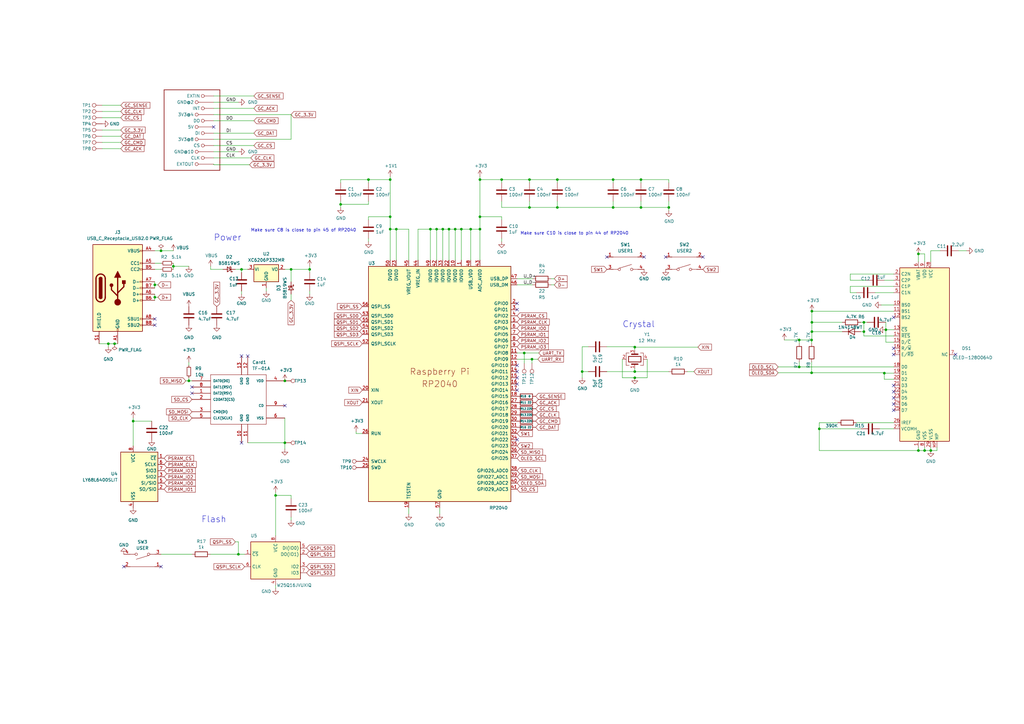
<source format=kicad_sch>
(kicad_sch (version 20250114) (generator "eeschema") (generator_version "9.0")
  (paper "A3")
  (text "Make sure C8 is close to pin 45 of RP2040" (at 102.87 95.25 0) (effects (font (size 1.27 1.27)) (justify left bottom)))
  (text "Flash" (at 82.55 214.63 0) (effects (font (size 2.54 2.54)) (justify left bottom)))
  (text "Crystal" (at 255.27 134.62 0) (effects (font (size 2.54 2.54)) (justify left bottom)))
  (text "Power" (at 87.63 99.06 0) (effects (font (size 2.54 2.54)) (justify left bottom)))
  (text "Make sure C10 is close to pin 44 of RP2040" (at 213.36 96.52 0) (effects (font (size 1.27 1.27)) (justify left bottom)))
  (junction (at 215.011 144.78))
  (junction (at 44.45 140.97))
  (junction (at 251.46 73.66))
  (junction (at 218.186 147.32))
  (junction (at 189.23 93.98))
  (junction (at 262.89 73.66))
  (junction (at 205.74 73.66))
  (junction (at 327.787 139.446))
  (junction (at 116.84 156.21))
  (junction (at 260.35 152.4))
  (junction (at 186.69 93.98))
  (junction (at 274.32 85.09))
  (junction (at 251.46 85.09))
  (junction (at 160.02 93.98))
  (junction (at 77.47 156.21))
  (junction (at 63.5 121.92))
  (junction (at 196.85 88.9))
  (junction (at 354.33 132.207))
  (junction (at 176.53 93.98))
  (junction (at 379.222 184.785))
  (junction (at 260.35 154.94))
  (junction (at 336.042 175.895))
  (junction (at 113.03 203.2))
  (junction (at 362.712 153.035))
  (junction (at 193.04 93.98))
  (junction (at 354.33 136.017))
  (junction (at 54.61 172.72))
  (junction (at 228.6 85.09))
  (junction (at 139.7 83.82))
  (junction (at 217.17 73.66))
  (junction (at 97.79 227.33))
  (junction (at 262.89 85.09))
  (junction (at 196.85 93.98))
  (junction (at 66.04 102.87))
  (junction (at 376.682 184.785))
  (junction (at 332.867 152.908))
  (junction (at 327.787 150.495))
  (junction (at 260.35 142.367))
  (junction (at 71.12 109.22))
  (junction (at 46.99 140.97))
  (junction (at 119.38 110.49))
  (junction (at 363.347 135.255))
  (junction (at 162.56 93.98))
  (junction (at 127 110.49))
  (junction (at 63.5 116.84))
  (junction (at 196.85 73.66))
  (junction (at 184.15 93.98))
  (junction (at 160.02 88.9))
  (junction (at 160.02 73.66))
  (junction (at 99.06 110.49))
  (junction (at 381.762 184.785))
  (junction (at 228.6 73.66))
  (junction (at 332.867 139.446))
  (junction (at 332.994 127.635))
  (junction (at 238.76 152.4))
  (junction (at 217.17 85.09))
  (junction (at 151.13 73.66))
  (junction (at 332.994 136.017))
  (junction (at 179.07 93.98))
  (junction (at 116.84 181.61))
  (junction (at 181.61 93.98))
  (junction (at 332.994 132.207))
  (junction (at 376.682 104.14))
  (no_connect (at 264.16 105.41))
  (no_connect (at 101.6 146.05))
  (no_connect (at 99.06 181.61))
  (no_connect (at 63.5 130.81))
  (no_connect (at 288.29 105.41))
  (no_connect (at 212.09 124.46))
  (no_connect (at 116.84 166.37))
  (no_connect (at 212.09 149.86))
  (no_connect (at 212.09 160.02))
  (no_connect (at 78.74 158.75))
  (no_connect (at 366.522 158.115))
  (no_connect (at 248.92 105.41))
  (no_connect (at 66.04 232.41))
  (no_connect (at 212.09 127))
  (no_connect (at 366.522 160.655))
  (no_connect (at 78.74 161.29))
  (no_connect (at 366.522 163.195))
  (no_connect (at 366.522 145.415))
  (no_connect (at 212.09 157.48))
  (no_connect (at 212.09 152.4))
  (no_connect (at 63.5 133.35))
  (no_connect (at 212.09 154.94))
  (no_connect (at 366.522 168.275))
  (no_connect (at 50.8 232.41))
  (no_connect (at 99.06 146.05))
  (no_connect (at 212.09 180.34))
  (no_connect (at 273.05 105.41))
  (no_connect (at 87.63 52.07))
  (no_connect (at 391.922 145.415))
  (no_connect (at 366.522 142.875))
  (no_connect (at 366.522 165.735))
  (no_connect (at 366.522 130.175))
  (wire (pts (xy 160.02 72.39) (xy 160.02 73.66)))
  (wire (pts (xy 99.06 110.49) (xy 101.6 110.49)))
  (wire (pts (xy 162.56 106.68) (xy 162.56 93.98)))
  (wire (pts (xy 181.61 106.68) (xy 181.61 93.98)))
  (wire (pts (xy 218.186 147.32) (xy 218.186 148.971)))
  (wire (pts (xy 49.53 48.26) (xy 41.91 48.26)))
  (wire (pts (xy 348.742 114.935) (xy 355.092 114.935)))
  (wire (pts (xy 327.787 148.463) (xy 327.787 150.495)))
  (wire (pts (xy 54.61 172.72) (xy 54.61 182.88)))
  (wire (pts (xy 228.6 73.66) (xy 251.46 73.66)))
  (wire (pts (xy 160.02 88.9) (xy 160.02 93.98)))
  (wire (pts (xy 54.61 172.72) (xy 62.23 172.72)))
  (wire (pts (xy 139.7 73.66) (xy 151.13 73.66)))
  (wire (pts (xy 49.53 60.96) (xy 41.91 60.96)))
  (wire (pts (xy 87.63 49.53) (xy 104.14 49.53)))
  (wire (pts (xy 362.712 152.908) (xy 362.712 153.035)))
  (wire (pts (xy 66.04 102.87) (xy 71.12 102.87)))
  (wire (pts (xy 86.36 109.22) (xy 86.36 110.49)))
  (wire (pts (xy 228.6 74.93) (xy 228.6 73.66)))
  (wire (pts (xy 381.762 183.515) (xy 381.762 184.785)))
  (wire (pts (xy 348.742 112.395) (xy 348.742 114.935)))
  (wire (pts (xy 360.807 175.895) (xy 366.522 175.895)))
  (wire (pts (xy 381.762 102.87) (xy 381.762 107.315)))
  (wire (pts (xy 151.13 73.66) (xy 160.02 73.66)))
  (wire (pts (xy 220.98 144.78) (xy 215.011 144.78)))
  (wire (pts (xy 151.13 90.17) (xy 151.13 88.9)))
  (wire (pts (xy 354.33 136.017) (xy 354.33 132.207)))
  (wire (pts (xy 205.74 74.93) (xy 205.74 73.66)))
  (wire (pts (xy 274.32 85.09) (xy 274.32 86.36)))
  (wire (pts (xy 49.53 43.18) (xy 41.91 43.18)))
  (wire (pts (xy 265.43 154.94) (xy 260.35 154.94)))
  (wire (pts (xy 376.682 104.14) (xy 376.682 107.315)))
  (wire (pts (xy 363.347 135.255) (xy 363.347 140.335)))
  (wire (pts (xy 332.994 136.017) (xy 332.994 139.446)))
  (wire (pts (xy 186.69 93.98) (xy 189.23 93.98)))
  (wire (pts (xy 116.84 181.61) (xy 116.84 184.15)))
  (wire (pts (xy 376.682 184.785) (xy 376.682 183.515)))
  (wire (pts (xy 119.38 57.15) (xy 119.38 46.99)))
  (wire (pts (xy 205.74 97.79) (xy 205.74 99.06)))
  (wire (pts (xy 362.712 153.035) (xy 362.712 155.575)))
  (wire (pts (xy 351.282 173.355) (xy 366.522 173.355)))
  (wire (pts (xy 332.994 127.635) (xy 366.522 127.635)))
  (wire (pts (xy 319.151 152.908) (xy 332.867 152.908)))
  (wire (pts (xy 49.53 45.72) (xy 41.91 45.72)))
  (wire (pts (xy 332.867 148.463) (xy 332.867 152.908)))
  (wire (pts (xy 260.35 143.51) (xy 260.35 142.367)))
  (wire (pts (xy 336.042 175.895) (xy 336.042 173.355)))
  (wire (pts (xy 184.15 106.68) (xy 184.15 93.98)))
  (wire (pts (xy 87.63 67.564) (xy 87.63 67.31)))
  (wire (pts (xy 119.38 212.09) (xy 119.38 213.36)))
  (wire (pts (xy 205.74 90.17) (xy 205.74 88.9)))
  (wire (pts (xy 151.13 97.79) (xy 151.13 99.06)))
  (wire (pts (xy 332.994 139.446) (xy 332.867 139.446)))
  (wire (pts (xy 87.63 39.37) (xy 104.14 39.37)))
  (wire (pts (xy 228.6 82.55) (xy 228.6 85.09)))
  (wire (pts (xy 348.742 120.015) (xy 351.282 120.015)))
  (wire (pts (xy 362.712 153.035) (xy 366.522 153.035)))
  (wire (pts (xy 260.35 142.367) (xy 286.258 142.367)))
  (wire (pts (xy 251.46 73.66) (xy 262.89 73.66)))
  (wire (pts (xy 49.53 58.42) (xy 41.91 58.42)))
  (wire (pts (xy 162.56 93.98) (xy 160.02 93.98)))
  (wire (pts (xy 113.03 240.03) (xy 113.03 241.3)))
  (wire (pts (xy 63.5 121.92) (xy 63.5 123.19)))
  (wire (pts (xy 49.53 53.34) (xy 41.91 53.34)))
  (wire (pts (xy 327.787 150.495) (xy 366.522 150.495)))
  (wire (pts (xy 97.79 227.33) (xy 100.33 227.33)))
  (wire (pts (xy 87.63 44.45) (xy 104.14 44.45)))
  (wire (pts (xy 196.85 73.66) (xy 196.85 88.9)))
  (wire (pts (xy 184.15 93.98) (xy 186.69 93.98)))
  (wire (pts (xy 146.05 177.8) (xy 148.59 177.8)))
  (wire (pts (xy 160.02 93.98) (xy 160.02 106.68)))
  (wire (pts (xy 384.302 183.515) (xy 384.302 184.785)))
  (wire (pts (xy 393.192 102.87) (xy 396.367 102.87)))
  (wire (pts (xy 255.27 154.94) (xy 255.27 147.32)))
  (wire (pts (xy 196.85 88.9) (xy 196.85 93.98)))
  (wire (pts (xy 146.05 177.038) (xy 146.05 177.8)))
  (wire (pts (xy 87.63 64.77) (xy 102.87 64.77)))
  (wire (pts (xy 139.7 74.93) (xy 139.7 73.66)))
  (wire (pts (xy 363.347 140.335) (xy 366.522 140.335)))
  (wire (pts (xy 381.762 184.785) (xy 379.222 184.785)))
  (wire (pts (xy 179.07 106.68) (xy 179.07 93.98)))
  (wire (pts (xy 217.17 73.66) (xy 228.6 73.66)))
  (wire (pts (xy 139.7 83.82) (xy 139.7 85.09)))
  (wire (pts (xy 281.94 152.4) (xy 284.607 152.4)))
  (wire (pts (xy 385.572 102.87) (xy 381.762 102.87)))
  (wire (pts (xy 241.3 142.24) (xy 238.76 142.24)))
  (wire (pts (xy 176.53 93.98) (xy 179.07 93.98)))
  (wire (pts (xy 265.43 147.32) (xy 265.43 154.94)))
  (wire (pts (xy 49.53 55.88) (xy 41.91 55.88)))
  (wire (pts (xy 87.63 54.61) (xy 104.14 54.61)))
  (wire (pts (xy 87.63 59.69) (xy 104.14 59.69)))
  (wire (pts (xy 220.599 147.32) (xy 218.186 147.32)))
  (wire (pts (xy 262.89 73.66) (xy 274.32 73.66)))
  (wire (pts (xy 99.06 119.38) (xy 99.06 120.65)))
  (wire (pts (xy 189.23 93.98) (xy 189.23 106.68)))
  (wire (pts (xy 40.64 140.97) (xy 44.45 140.97)))
  (wire (pts (xy 260.35 152.4) (xy 274.32 152.4)))
  (wire (pts (xy 119.38 120.65) (xy 119.38 123.19)))
  (wire (pts (xy 63.5 116.84) (xy 63.5 118.11)))
  (wire (pts (xy 87.63 62.23) (xy 97.79 62.23)))
  (wire (pts (xy 366.522 135.255) (xy 363.347 135.255)))
  (wire (pts (xy 63.5 120.65) (xy 63.5 121.92)))
  (wire (pts (xy 176.53 106.68) (xy 176.53 93.98)))
  (wire (pts (xy 167.64 106.68) (xy 167.64 93.98)))
  (wire (pts (xy 78.74 227.33) (xy 66.04 227.33)))
  (wire (pts (xy 196.85 73.66) (xy 205.74 73.66)))
  (wire (pts (xy 76.2 156.21) (xy 77.47 156.21)))
  (wire (pts (xy 139.7 82.55) (xy 139.7 83.82)))
  (wire (pts (xy 363.347 132.207) (xy 363.347 135.255)))
  (wire (pts (xy 361.442 125.095) (xy 366.522 125.095)))
  (wire (pts (xy 71.12 107.95) (xy 71.12 109.22)))
  (wire (pts (xy 119.38 204.47) (xy 119.38 203.2)))
  (wire (pts (xy 181.61 93.98) (xy 184.15 93.98)))
  (wire (pts (xy 218.186 147.32) (xy 212.09 147.32)))
  (wire (pts (xy 327.787 139.446) (xy 321.691 139.446)))
  (wire (pts (xy 63.5 110.49) (xy 66.04 110.49)))
  (wire (pts (xy 228.6 85.09) (xy 217.17 85.09)))
  (wire (pts (xy 332.867 139.446) (xy 332.867 140.843)))
  (wire (pts (xy 379.222 104.14) (xy 376.682 104.14)))
  (wire (pts (xy 238.76 152.4) (xy 238.76 154.94)))
  (wire (pts (xy 354.33 132.207) (xy 353.06 132.207)))
  (wire (pts (xy 151.13 83.82) (xy 151.13 82.55)))
  (wire (pts (xy 127 111.76) (xy 127 110.49)))
  (wire (pts (xy 180.34 208.28) (xy 180.34 210.82)))
  (wire (pts (xy 358.902 120.015) (xy 366.522 120.015)))
  (wire (pts (xy 217.17 85.09) (xy 205.74 85.09)))
  (wire (pts (xy 101.6 181.61) (xy 116.84 181.61)))
  (wire (pts (xy 44.45 140.97) (xy 44.45 142.24)))
  (wire (pts (xy 228.6 85.09) (xy 251.46 85.09)))
  (wire (pts (xy 353.187 175.895) (xy 336.042 175.895)))
  (wire (pts (xy 215.011 144.78) (xy 215.011 148.971)))
  (wire (pts (xy 262.89 74.93) (xy 262.89 73.66)))
  (wire (pts (xy 274.32 74.93) (xy 274.32 73.66)))
  (wire (pts (xy 171.45 106.68) (xy 171.45 93.98)))
  (wire (pts (xy 332.994 136.017) (xy 345.44 136.017)))
  (wire (pts (xy 366.522 117.475) (xy 348.742 117.475)))
  (wire (pts (xy 260.35 151.13) (xy 260.35 152.4)))
  (wire (pts (xy 327.787 140.843) (xy 327.787 139.446)))
  (wire (pts (xy 376.682 184.785) (xy 336.042 184.785)))
  (wire (pts (xy 196.85 93.98) (xy 196.85 106.68)))
  (wire (pts (xy 336.042 184.785) (xy 336.042 175.895)))
  (wire (pts (xy 99.06 110.49) (xy 99.06 111.76)))
  (wire (pts (xy 119.38 110.49) (xy 127 110.49)))
  (wire (pts (xy 87.63 57.15) (xy 119.38 57.15)))
  (wire (pts (xy 274.32 82.55) (xy 274.32 85.09)))
  (wire (pts (xy 193.04 93.98) (xy 196.85 93.98)))
  (wire (pts (xy 226.06 114.3) (xy 227.33 114.3)))
  (wire (pts (xy 332.994 132.207) (xy 332.994 127.635)))
  (wire (pts (xy 127 110.49) (xy 127 109.22)))
  (wire (pts (xy 196.85 88.9) (xy 205.74 88.9)))
  (wire (pts (xy 376.682 184.785) (xy 379.222 184.785)))
  (wire (pts (xy 116.84 171.45) (xy 116.84 181.61)))
  (wire (pts (xy 63.5 121.92) (xy 64.77 121.92)))
  (wire (pts (xy 215.011 144.78) (xy 212.09 144.78)))
  (wire (pts (xy 77.47 154.94) (xy 77.47 156.21)))
  (wire (pts (xy 97.79 222.25) (xy 97.79 227.33)))
  (wire (pts (xy 160.02 73.66) (xy 160.02 88.9)))
  (wire (pts (xy 179.07 93.98) (xy 181.61 93.98)))
  (wire (pts (xy 96.52 110.49) (xy 99.06 110.49)))
  (wire (pts (xy 379.222 104.14) (xy 379.222 107.315)))
  (wire (pts (xy 171.45 93.98) (xy 176.53 93.98)))
  (wire (pts (xy 251.46 82.55) (xy 251.46 85.09)))
  (wire (pts (xy 332.994 132.207) (xy 345.44 132.207)))
  (wire (pts (xy 119.38 110.49) (xy 119.38 115.57)))
  (wire (pts (xy 362.712 114.935) (xy 366.522 114.935)))
  (wire (pts (xy 217.17 74.93) (xy 217.17 73.66)))
  (wire (pts (xy 260.35 154.94) (xy 255.27 154.94)))
  (wire (pts (xy 71.12 109.22) (xy 77.47 109.22)))
  (wire (pts (xy 262.89 85.09) (xy 251.46 85.09)))
  (wire (pts (xy 332.994 132.207) (xy 332.994 136.017)))
  (wire (pts (xy 260.35 142.367) (xy 260.35 142.24)))
  (wire (pts (xy 77.47 148.59) (xy 77.47 149.86)))
  (wire (pts (xy 127 119.38) (xy 127 120.65)))
  (wire (pts (xy 193.04 106.68) (xy 193.04 93.98)))
  (wire (pts (xy 362.712 155.575) (xy 366.522 155.575)))
  (wire (pts (xy 151.13 74.93) (xy 151.13 73.66)))
  (wire (pts (xy 262.89 82.55) (xy 262.89 85.09)))
  (wire (pts (xy 186.69 106.68) (xy 186.69 93.98)))
  (wire (pts (xy 354.33 137.795) (xy 366.522 137.795)))
  (wire (pts (xy 113.03 203.2) (xy 113.03 219.71)))
  (wire (pts (xy 109.22 118.11) (xy 109.22 119.38)))
  (wire (pts (xy 77.47 156.21) (xy 78.74 156.21)))
  (wire (pts (xy 379.222 184.785) (xy 379.222 183.515)))
  (wire (pts (xy 336.042 173.355) (xy 343.662 173.355)))
  (wire (pts (xy 354.33 137.795) (xy 354.33 136.017)))
  (wire (pts (xy 327.787 139.446) (xy 332.867 139.446)))
  (wire (pts (xy 189.23 93.98) (xy 193.04 93.98)))
  (wire (pts (xy 54.61 171.45) (xy 54.61 172.72)))
  (wire (pts (xy 262.89 85.09) (xy 274.32 85.09)))
  (wire (pts (xy 366.522 112.395) (xy 348.742 112.395)))
  (wire (pts (xy 87.63 46.99) (xy 119.38 46.99)))
  (wire (pts (xy 332.867 152.908) (xy 362.712 152.908)))
  (wire (pts (xy 353.06 136.017) (xy 354.33 136.017)))
  (wire (pts (xy 71.12 109.22) (xy 71.12 110.49)))
  (wire (pts (xy 139.7 83.82) (xy 151.13 83.82)))
  (wire (pts (xy 205.74 82.55) (xy 205.74 85.09)))
  (wire (pts (xy 205.74 73.66) (xy 217.17 73.66)))
  (wire (pts (xy 87.63 41.91) (xy 97.79 41.91)))
  (wire (pts (xy 44.45 140.97) (xy 46.99 140.97)))
  (wire (pts (xy 212.09 116.84) (xy 218.44 116.84)))
  (wire (pts (xy 384.302 184.785) (xy 381.762 184.785)))
  (wire (pts (xy 196.85 72.39) (xy 196.85 73.66)))
  (wire (pts (xy 63.5 107.95) (xy 66.04 107.95)))
  (wire (pts (xy 251.46 74.93) (xy 251.46 73.66)))
  (wire (pts (xy 63.5 116.84) (xy 64.77 116.84)))
  (wire (pts (xy 86.36 227.33) (xy 97.79 227.33)))
  (wire (pts (xy 348.742 117.475) (xy 348.742 120.015)))
  (wire (pts (xy 248.92 152.4) (xy 260.35 152.4)))
  (wire (pts (xy 217.17 82.55) (xy 217.17 85.09)))
  (wire (pts (xy 167.64 93.98) (xy 162.56 93.98)))
  (wire (pts (xy 226.06 116.84) (xy 227.33 116.84)))
  (wire (pts (xy 96.52 222.25) (xy 97.79 222.25)))
  (wire (pts (xy 102.362 67.564) (xy 87.63 67.564)))
  (wire (pts (xy 151.13 88.9) (xy 160.02 88.9)))
  (wire (pts (xy 319.151 150.495) (xy 327.787 150.495)))
  (wire (pts (xy 354.33 132.207) (xy 355.6 132.207)))
  (wire (pts (xy 238.76 142.24) (xy 238.76 152.4)))
  (wire (pts (xy 86.36 110.49) (xy 91.44 110.49)))
  (wire (pts (xy 248.92 142.24) (xy 260.35 142.24)))
  (wire (pts (xy 119.38 203.2) (xy 113.03 203.2)))
  (wire (pts (xy 116.84 110.49) (xy 119.38 110.49)))
  (wire (pts (xy 63.5 102.87) (xy 66.04 102.87)))
  (wire (pts (xy 363.347 132.207) (xy 363.22 132.207)))
  (wire (pts (xy 241.3 152.4) (xy 238.76 152.4)))
  (wire (pts (xy 46.99 140.97) (xy 48.26 140.97)))
  (wire (pts (xy 113.03 201.93) (xy 113.03 203.2)))
  (wire (pts (xy 212.09 114.3) (xy 218.44 114.3)))
  (wire (pts (xy 63.5 115.57) (xy 63.5 116.84)))
  (wire (pts (xy 167.64 208.28) (xy 167.64 210.82)))
  (label "DI" (at 92.71 54.61 0))
  (label "DO" (at 92.71 49.53 0))
  (label "GND" (at 92.71 41.91 0))
  (label "U_D-" (at 214.63 116.84 0))
  (label "GND" (at 92.71 62.23 0))
  (label "U_D+" (at 214.63 114.3 0))
  (label "CLK" (at 92.71 64.77 0))
  (label "CS" (at 92.71 59.69 0))
  (global_label "XOUT" (shape input) (at 148.59 165.1 180) (property "Intersheetrefs" "${INTERSHEET_REFS}" (effects (hide yes))))
  (global_label "SD_MOSI" (shape input) (at 212.09 195.58 0) (property "Intersheetrefs" "${INTERSHEET_REFS}" (effects (hide yes))))
  (global_label "GC_3.3V" (shape input) (at 119.38 46.99 0) (property "Intersheetrefs" "${INTERSHEET_REFS}" (effects (hide yes))))
  (global_label "OLED_SDA" (shape input) (at 212.09 198.12 0) (property "Intersheetrefs" "${INTERSHEET_REFS}" (effects (hide yes))))
  (global_label "QSPI_SCLK" (shape input) (at 148.59 140.97 180) (property "Intersheetrefs" "${INTERSHEET_REFS}" (effects (hide yes))))
  (global_label "GC_ACK" (shape input) (at 49.53 60.96 0) (property "Intersheetrefs" "${INTERSHEET_REFS}" (effects (hide yes))))
  (global_label "GC_CS" (shape input) (at 49.53 48.26 0) (property "Intersheetrefs" "${INTERSHEET_REFS}" (effects (hide yes))))
  (global_label "PSRAM_IO3" (shape input) (at 212.09 142.24 0) (property "Intersheetrefs" "${INTERSHEET_REFS}" (effects (hide yes))))
  (global_label "D+" (shape input) (at 64.77 121.92 0) (property "Intersheetrefs" "${INTERSHEET_REFS}" (effects (hide yes))))
  (global_label "QSPI_SD1" (shape input) (at 148.59 132.08 180) (property "Intersheetrefs" "${INTERSHEET_REFS}" (effects (hide yes))))
  (global_label "PSRAM_IO0" (shape input) (at 67.31 198.12 0) (property "Intersheetrefs" "${INTERSHEET_REFS}" (effects (hide yes))))
  (global_label "SW2" (shape input) (at 212.09 182.88 0) (property "Intersheetrefs" "${INTERSHEET_REFS}" (effects (hide yes))))
  (global_label "PSRAM_CLK" (shape input) (at 67.31 190.5 0) (property "Intersheetrefs" "${INTERSHEET_REFS}" (effects (hide yes))))
  (global_label "PSRAM_CS" (shape input) (at 212.09 129.54 0) (property "Intersheetrefs" "${INTERSHEET_REFS}" (effects (hide yes))))
  (global_label "QSPI_SS" (shape input) (at 96.52 222.25 180) (property "Intersheetrefs" "${INTERSHEET_REFS}" (effects (hide yes))))
  (global_label "GC_SENSE" (shape input) (at 49.53 43.18 0) (property "Intersheetrefs" "${INTERSHEET_REFS}" (effects (hide yes))))
  (global_label "GC_CMD" (shape input) (at 219.71 172.72 0) (property "Intersheetrefs" "${INTERSHEET_REFS}" (effects (hide yes))))
  (global_label "QSPI_SD2" (shape input) (at 125.73 232.41 0) (property "Intersheetrefs" "${INTERSHEET_REFS}" (effects (hide yes))))
  (global_label "OLED_SCL" (shape input) (at 212.09 187.96 0) (property "Intersheetrefs" "${INTERSHEET_REFS}" (effects (hide yes))))
  (global_label "SD_MISO" (shape input) (at 76.2 156.21 180) (property "Intersheetrefs" "${INTERSHEET_REFS}" (effects (hide yes))))
  (global_label "GC_DAT" (shape input) (at 104.14 54.61 0) (property "Intersheetrefs" "${INTERSHEET_REFS}" (effects (hide yes))))
  (global_label "PSRAM_CLK" (shape input) (at 212.09 132.08 0) (property "Intersheetrefs" "${INTERSHEET_REFS}" (effects (hide yes))))
  (global_label "SD_CLK" (shape input) (at 212.09 193.04 0) (property "Intersheetrefs" "${INTERSHEET_REFS}" (effects (hide yes))))
  (global_label "GC_CLK" (shape input) (at 49.53 45.72 0) (property "Intersheetrefs" "${INTERSHEET_REFS}" (effects (hide yes))))
  (global_label "PSRAM_CS" (shape input) (at 67.31 187.96 0) (property "Intersheetrefs" "${INTERSHEET_REFS}" (effects (hide yes))))
  (global_label "QSPI_SD0" (shape input) (at 125.73 224.79 0) (property "Intersheetrefs" "${INTERSHEET_REFS}" (effects (hide yes))))
  (global_label "XIN" (shape input) (at 286.258 142.367 0) (property "Intersheetrefs" "${INTERSHEET_REFS}" (effects (hide yes))))
  (global_label "SW2" (shape input) (at 288.29 110.49 0) (property "Intersheetrefs" "${INTERSHEET_REFS}" (effects (hide yes))))
  (global_label "XIN" (shape input) (at 148.59 160.02 180) (property "Intersheetrefs" "${INTERSHEET_REFS}" (effects (hide yes))))
  (global_label "GC_SENSE" (shape input) (at 104.14 39.37 0) (property "Intersheetrefs" "${INTERSHEET_REFS}" (effects (hide yes))))
  (global_label "GC_CS" (shape input) (at 219.71 167.64 0) (property "Intersheetrefs" "${INTERSHEET_REFS}" (effects (hide yes))))
  (global_label "PSRAM_IO2" (shape input) (at 67.31 195.58 0) (property "Intersheetrefs" "${INTERSHEET_REFS}" (effects (hide yes))))
  (global_label "QSPI_SS" (shape input) (at 148.59 125.73 180) (property "Intersheetrefs" "${INTERSHEET_REFS}" (effects (hide yes))))
  (global_label "SW1" (shape input) (at 248.92 110.49 180) (property "Intersheetrefs" "${INTERSHEET_REFS}" (effects (hide yes))))
  (global_label "SD_MISO" (shape input) (at 212.09 185.42 0) (property "Intersheetrefs" "${INTERSHEET_REFS}" (effects (hide yes))))
  (global_label "PSRAM_IO2" (shape input) (at 212.09 139.7 0) (property "Intersheetrefs" "${INTERSHEET_REFS}" (effects (hide yes))))
  (global_label "SW1" (shape input) (at 212.09 177.8 0) (property "Intersheetrefs" "${INTERSHEET_REFS}" (effects (hide yes))))
  (global_label "OLED_SDA" (shape input) (at 319.151 152.908 180) (property "Intersheetrefs" "${INTERSHEET_REFS}" (effects (hide yes))))
  (global_label "QSPI_SD3" (shape input) (at 125.73 234.95 0) (property "Intersheetrefs" "${INTERSHEET_REFS}" (effects (hide yes))))
  (global_label "GC_CLK" (shape input) (at 102.87 64.77 0) (property "Intersheetrefs" "${INTERSHEET_REFS}" (effects (hide yes))))
  (global_label "PSRAM_IO1" (shape input) (at 67.31 200.66 0) (property "Intersheetrefs" "${INTERSHEET_REFS}" (effects (hide yes))))
  (global_label "SD_CLK" (shape input) (at 78.74 171.45 180) (property "Intersheetrefs" "${INTERSHEET_REFS}" (effects (hide yes))))
  (global_label "PSRAM_IO1" (shape input) (at 212.09 137.16 0) (property "Intersheetrefs" "${INTERSHEET_REFS}" (effects (hide yes))))
  (global_label "GC_CMD" (shape input) (at 104.14 49.53 0) (property "Intersheetrefs" "${INTERSHEET_REFS}" (effects (hide yes))))
  (global_label "UART_TX" (shape input) (at 220.98 144.78 0) (property "Intersheetrefs" "${INTERSHEET_REFS}" (effects (hide yes))))
  (global_label "GC_3.3V" (shape input) (at 102.362 67.564 0) (property "Intersheetrefs" "${INTERSHEET_REFS}" (effects (hide yes))))
  (global_label "PSRAM_IO3" (shape input) (at 67.31 193.04 0) (property "Intersheetrefs" "${INTERSHEET_REFS}" (effects (hide yes))))
  (global_label "GC_DAT" (shape input) (at 219.71 175.26 0) (property "Intersheetrefs" "${INTERSHEET_REFS}" (effects (hide yes))))
  (global_label "SD_CS" (shape input) (at 78.74 163.83 180) (property "Intersheetrefs" "${INTERSHEET_REFS}" (effects (hide yes))))
  (global_label "SD_CS" (shape input) (at 212.09 200.66 0) (property "Intersheetrefs" "${INTERSHEET_REFS}" (effects (hide yes))))
  (global_label "GC_CS" (shape input) (at 104.14 59.69 0) (property "Intersheetrefs" "${INTERSHEET_REFS}" (effects (hide yes))))
  (global_label "QSPI_SD1" (shape input) (at 125.73 227.33 0) (property "Intersheetrefs" "${INTERSHEET_REFS}" (effects (hide yes))))
  (global_label "GC_3.3V" (shape input) (at 88.9 125.73 90) (property "Intersheetrefs" "${INTERSHEET_REFS}" (effects (hide yes))))
  (global_label "GC_ACK" (shape input) (at 104.14 44.45 0) (property "Intersheetrefs" "${INTERSHEET_REFS}" (effects (hide yes))))
  (global_label "GC_3.3V" (shape input) (at 119.38 123.19 270) (property "Intersheetrefs" "${INTERSHEET_REFS}" (effects (hide yes))))
  (global_label "GC_CLK" (shape input) (at 219.71 170.18 0) (property "Intersheetrefs" "${INTERSHEET_REFS}" (effects (hide yes))))
  (global_label "QSPI_SCLK" (shape input) (at 100.33 232.41 180) (property "Intersheetrefs" "${INTERSHEET_REFS}" (effects (hide yes))))
  (global_label "D-" (shape input) (at 227.33 116.84 0) (property "Intersheetrefs" "${INTERSHEET_REFS}" (effects (hide yes))))
  (global_label "QSPI_SD2" (shape input) (at 148.59 134.62 180) (property "Intersheetrefs" "${INTERSHEET_REFS}" (effects (hide yes))))
  (global_label "GC_SENSE" (shape input) (at 219.71 162.56 0) (property "Intersheetrefs" "${INTERSHEET_REFS}" (effects (hide yes))))
  (global_label "UART_RX" (shape input) (at 220.599 147.32 0) (property "Intersheetrefs" "${INTERSHEET_REFS}" (effects (hide yes))))
  (global_label "QSPI_SD0" (shape input) (at 148.59 129.54 180) (property "Intersheetrefs" "${INTERSHEET_REFS}" (effects (hide yes))))
  (global_label "OLED_SCL" (shape input) (at 319.151 150.495 180) (property "Intersheetrefs" "${INTERSHEET_REFS}" (effects (hide yes))))
  (global_label "GC_ACK" (shape input) (at 219.71 165.1 0) (property "Intersheetrefs" "${INTERSHEET_REFS}" (effects (hide yes))))
  (global_label "GC_CMD" (shape input) (at 49.53 58.42 0) (property "Intersheetrefs" "${INTERSHEET_REFS}" (effects (hide yes))))
  (global_label "GC_3.3V" (shape input) (at 49.53 53.34 0) (property "Intersheetrefs" "${INTERSHEET_REFS}" (effects (hide yes))))
  (global_label "QSPI_SD3" (shape input) (at 148.59 137.16 180) (property "Intersheetrefs" "${INTERSHEET_REFS}" (effects (hide yes))))
  (global_label "GC_DAT" (shape input) (at 49.53 55.88 0) (property "Intersheetrefs" "${INTERSHEET_REFS}" (effects (hide yes))))
  (global_label "D-" (shape input) (at 64.77 116.84 0) (property "Intersheetrefs" "${INTERSHEET_REFS}" (effects (hide yes))))
  (global_label "XOUT" (shape input) (at 284.607 152.4 0) (property "Intersheetrefs" "${INTERSHEET_REFS}" (effects (hide yes))))
  (global_label "PSRAM_IO0" (shape input) (at 212.09 134.62 0) (property "Intersheetrefs" "${INTERSHEET_REFS}" (effects (hide yes))))
  (global_label "D+" (shape input) (at 227.33 114.3 0) (property "Intersheetrefs" "${INTERSHEET_REFS}" (effects (hide yes))))
  (global_label "SD_MOSI" (shape input) (at 78.74 168.91 180) (property "Intersheetrefs" "${INTERSHEET_REFS}" (effects (hide yes))))
  (symbol (lib_id "Library:GND") (at 77.47 133.35 0) (unit 1)
    (property "Reference" "#PWR026" (effects (hide yes)))
    (property "Value" "GND" (at 77.47 138.43 0))
  )
  (symbol (lib_id "Library:GND") (at 151.13 99.06 0) (unit 1)
    (property "Reference" "#PWR010" (effects (hide yes)))
    (property "Value" "GND" (at 151.257 103.4542 0))
  )
  (symbol (lib_id "Library:C") (at 274.32 78.74 0) (unit 1)
    (property "Reference" "C8" (at 277.241 77.5716 0) (effects (justify left)))
    (property "Value" "100nF" (at 277.241 79.883 0) (effects (justify left)))
    (property "Footprint" "Capacitor_SMD:C_0402_1005Metric" (effects (hide yes)))
    (property "LCSC" "C1525" (effects (hide yes)))
  )
  (symbol (lib_id "Library:+3V3") (at 54.61 171.45 0) (unit 1)
    (property "Reference" "#PWR035" (effects (hide yes)))
    (property "Value" "+3V3" (at 54.991 167.0558 0))
  )
  (symbol (lib_id "Library:C") (at 119.38 208.28 0) (unit 1)
    (property "Reference" "C23" (at 122.301 207.1116 0) (effects (justify left)))
    (property "Value" "100nF" (at 122.301 209.423 0) (effects (justify left)))
    (property "Footprint" "Capacitor_SMD:C_0402_1005Metric" (effects (hide yes)))
    (property "LCSC" "C1525" (effects (hide yes)))
  )
  (symbol (lib_id "Library:TF-01A") (at 97.79 163.83 0) (unit 1)
    (property "Reference" "Card1" (at 103.4657 148.59 0) (effects (justify left)))
    (property "Value" "TF-01A" (at 103.4657 151.13 0) (effects (justify left)))
    (property "Footprint" "Library:TF-SMD_TF-01A" (effects (hide yes)))
    (property "Datasheet" "http://www.szlcsc.com/product/details_92334.html" (effects (hide yes)))
    (property "SuppliersPartNumber" "C91145" (effects (hide yes)))
    (property "uuid" "std:3d240747a85043e08408d9845ebe7995" (effects (hide yes)))
    (property "LCSC" "C91145" (effects (hide yes)))
  )
  (symbol (lib_id "Library:OLED-128O064D") (at 379.222 145.415 0) (unit 1)
    (property "Reference" "DS1" (at 394.462 142.875 0) (effects (justify left)))
    (property "Value" "OLED-128O064D" (at 390.652 146.6849 0) (effects (justify left)))
    (property "Footprint" "Library:PSX_OLED_096" (effects (hide yes)))
    (property "Datasheet" "https://www.vishay.com/docs/37902/oled128o064dbpp3n00000.pdf" (effects (hide yes)))
  )
  (symbol (lib_id "Library:TestPoint") (at 148.59 191.77 90) (unit 1)
    (property "Reference" "TP10" (at 141.986 191.77 90))
    (property "Value" "TestPoint" (effects (hide yes)))
    (property "Footprint" "TestPoint:TestPoint_Pad_D1.0mm" (effects (hide yes)))
    (property "Description" "test point" (effects (hide yes)))
  )
  (symbol (lib_id "Library:R") (at 349.25 132.207 90) (unit 1)
    (property "Reference" "R6" (at 353.314 129.921 90))
    (property "Value" "4.7K" (at 349.25 129.921 90))
    (property "Footprint" "Resistor_SMD:R_0402_1005Metric" (effects (hide yes)))
    (property "LCSC" " " (effects (hide yes)))
  )
  (symbol (lib_id "Library:R") (at 327.787 144.653 0) (unit 1)
    (property "Reference" "R7" (at 326.517 149.733 90))
    (property "Value" "4.7K" (at 326.517 138.303 90))
    (property "Footprint" "Resistor_SMD:R_0402_1005Metric" (effects (hide yes)))
    (property "LCSC" " " (effects (hide yes)))
  )
  (symbol (lib_id "Library:+3V3") (at 116.84 156.21 0) (unit 1)
    (property "Reference" "#PWR034" (effects (hide yes)))
    (property "Value" "+3V3" (at 117.221 151.8158 0))
  )
  (symbol (lib_id "Library:GND") (at 119.38 213.36 0) (unit 1)
    (property "Reference" "#PWR046" (effects (hide yes)))
    (property "Value" "GND" (at 123.19 214.63 0))
  )
  (symbol (lib_id "Library:GND") (at 113.03 241.3 0) (unit 1)
    (property "Reference" "#PWR050" (effects (hide yes)))
    (property "Value" "GND" (at 109.22 242.57 0))
  )
  (symbol (lib_id "Library:TestPoint") (at 41.91 60.96 90) (unit 1)
    (property "Reference" "TP8" (at 35.56 60.96 90))
    (property "Value" "TestPoint" (effects (hide yes)))
    (property "Footprint" "TestPoint:TestPoint_Pad_D1.0mm" (effects (hide yes)))
  )
  (symbol (lib_id "Library:TestPoint") (at 41.91 58.42 90) (unit 1)
    (property "Reference" "TP7" (at 35.56 58.42 90))
    (property "Value" "TestPoint" (effects (hide yes)))
    (property "Footprint" "TestPoint:TestPoint_Pad_D1.0mm" (effects (hide yes)))
  )
  (symbol (lib_id "Library:TestPoint") (at 41.91 45.72 90) (unit 1)
    (property "Reference" "TP2" (at 35.56 45.72 90))
    (property "Value" "TestPoint" (effects (hide yes)))
    (property "Footprint" "TestPoint:TestPoint_Pad_D1.0mm" (effects (hide yes)))
  )
  (symbol (lib_id "Library:R_Small") (at 68.58 107.95 90) (unit 1)
    (property "Reference" "R2" (at 67.31 105.41 90))
    (property "Value" "5.1k" (at 72.39 105.41 90))
    (property "Footprint" "Resistor_SMD:R_0402_1005Metric" (effects (hide yes)))
    (property "LCSC" "C25905" (effects (hide yes)))
  )
  (symbol (lib_id "Library:R") (at 215.9 170.18 270) (unit 1)
    (property "Reference" "R13" (at 214.63 170.18 90) (effects (font (size 0.8 0.8))))
    (property "Value" "220" (at 217.17 170.18 90) (effects (font (size 0.8 0.8))))
    (property "Footprint" "Resistor_SMD:R_0402_1005Metric" (effects (hide yes)))
    (property "LCSC" "C25091" (effects (hide yes)))
  )
  (symbol (lib_id "Library:GND") (at 50.8 227.33 180) (unit 1)
    (property "Reference" "#PWR03" (effects (hide yes)))
    (property "Value" "GND" (at 50.8 223.52 0))
  )
  (symbol (lib_id "Library:GND") (at 274.32 86.36 0) (unit 1)
    (property "Reference" "#PWR09" (effects (hide yes)))
    (property "Value" "GND" (at 274.447 90.7542 0))
  )
  (symbol (lib_id "Library:+3V3") (at 77.47 148.59 0) (unit 1)
    (property "Reference" "#PWR031" (effects (hide yes)))
    (property "Value" "+3V3" (at 77.47 143.51 0))
  )
  (symbol (lib_id "Library:C") (at 228.6 78.74 0) (unit 1)
    (property "Reference" "C5" (at 231.521 77.5716 0) (effects (justify left)))
    (property "Value" "100nF" (at 231.521 79.883 0) (effects (justify left)))
    (property "Footprint" "Capacitor_SMD:C_0402_1005Metric" (effects (hide yes)))
    (property "LCSC" "C1525" (effects (hide yes)))
  )
  (symbol (lib_id "Library:+3V3") (at 146.05 177.038 0) (unit 1)
    (property "Reference" "#PWR036" (effects (hide yes)))
    (property "Value" "+3V3" (at 146.431 172.6438 0))
  )
  (symbol (lib_id "Library:GND") (at 264.16 110.49 0) (unit 1)
    (property "Reference" "#PWR018" (effects (hide yes)))
    (property "Value" "GND" (at 264.16 114.3 0))
  )
  (symbol (lib_id "Library:GND") (at 44.45 142.24 0) (unit 1)
    (property "Reference" "#PWR030" (effects (hide yes)))
    (property "Value" "GND" (at 44.45 147.32 0))
  )
  (symbol (lib_id "Library:GND") (at 205.74 99.06 0) (unit 1)
    (property "Reference" "#PWR011" (effects (hide yes)))
    (property "Value" "GND" (at 205.867 103.4542 0))
  )
  (symbol (lib_id "Library:GND") (at 363.347 135.255 270) (unit 1)
    (property "Reference" "#PWR028" (effects (hide yes)))
    (property "Value" "GND" (at 360.172 135.2549 90) (effects (justify right)))
  )
  (symbol (lib_id "Library:D_Schottky_Small") (at 93.98 110.49 180) (unit 1)
    (property "Reference" "D2" (at 93.98 105.41 0))
    (property "Value" "B5819WS" (at 93.98 107.95 0))
    (property "Footprint" "Diode_SMD:D_SOD-323" (effects (hide yes)))
    (property "LCSC" "C191023" (effects (hide yes)))
  )
  (symbol (lib_id "Library:GND") (at 361.442 125.095 270) (unit 1)
    (property "Reference" "#PWR023" (effects (hide yes)))
    (property "Value" "GND" (at 357.632 125.0949 90) (effects (justify right)))
  )
  (symbol (lib_id "Library:C") (at 251.46 78.74 0) (unit 1)
    (property "Reference" "C6" (at 254.381 77.5716 0) (effects (justify left)))
    (property "Value" "100nF" (at 254.381 79.883 0) (effects (justify left)))
    (property "Footprint" "Capacitor_SMD:C_0402_1005Metric" (effects (hide yes)))
    (property "LCSC" "C1525" (effects (hide yes)))
  )
  (symbol (lib_id "Library:+3V3") (at 332.994 127.635 0) (unit 1)
    (property "Reference" "#PWR025" (effects (hide yes)))
    (property "Value" "+3V3" (at 333.375 123.2408 0))
  )
  (symbol (lib_id "Library:TS24CA") (at 256.54 107.95 0) (unit 1)
    (property "Reference" "SW1" (at 256.54 100.33 0))
    (property "Value" "USER1" (at 256.54 102.87 0))
    (property "Footprint" "Library:SW-SMD_TS24CA" (effects (hide yes)))
    (property "Datasheet" "http://www.szlcsc.com/product/details_372554.html" (effects (hide yes)))
    (property "SuppliersPartNumber" "C393942" (effects (hide yes)))
    (property "uuid" "std:011ee46cdc964900a13c320feaf84dfd" (effects (hide yes)))
    (property "LCSC" "C393942" (effects (hide yes)))
  )
  (symbol (lib_id "Library:R") (at 82.55 227.33 270) (unit 1)
    (property "Reference" "R17" (at 82.55 222.0722 90))
    (property "Value" "1k" (at 82.55 224.3836 90))
    (property "Footprint" "Resistor_SMD:R_0402_1005Metric" (effects (hide yes)))
    (property "LCSC" "C11702" (effects (hide yes)))
  )
  (symbol (lib_id "Library:R") (at 332.867 144.653 0) (unit 1)
    (property "Reference" "R8" (at 331.597 149.733 90))
    (property "Value" "4.7K" (at 331.597 138.303 90))
    (property "Footprint" "Resistor_SMD:R_0402_1005Metric" (effects (hide yes)))
    (property "LCSC" " " (effects (hide yes)))
  )
  (symbol (lib_id "Library:GND") (at 139.7 85.09 0) (unit 1)
    (property "Reference" "#PWR08" (effects (hide yes)))
    (property "Value" "GND" (at 139.827 89.4842 0))
  )
  (symbol (lib_id "Library:TestPoint") (at 116.84 181.61 270) (unit 1)
    (property "Reference" "TP14" (at 123.19 181.61 90))
    (property "Value" "TestPoint" (effects (hide yes)))
    (property "Footprint" "TestPoint:TestPoint_Pad_D1.0mm" (effects (hide yes)))
    (property "Description" "test point" (effects (hide yes)))
  )
  (symbol (lib_id "Library:TestPoint") (at 215.011 148.971 180) (unit 1)
    (property "Reference" "TP11" (at 215.011 155.321 90))
    (property "Value" "TestPoint" (effects (hide yes)))
    (property "Footprint" "TestPoint:TestPoint_Pad_D1.0mm" (effects (hide yes)))
    (property "Description" "test point" (effects (hide yes)))
  )
  (symbol (lib_id "Library:D_Schottky_Small") (at 119.38 118.11 270) (unit 1)
    (property "Reference" "D3" (at 114.3 118.11 0))
    (property "Value" "B5819WS" (at 116.84 118.11 0))
    (property "Footprint" "Diode_SMD:D_SOD-323" (effects (hide yes)))
    (property "LCSC" "C191023" (effects (hide yes)))
  )
  (symbol (lib_id "Library:C") (at 262.89 78.74 0) (unit 1)
    (property "Reference" "C7" (at 265.811 77.5716 0) (effects (justify left)))
    (property "Value" "100nF" (at 265.811 79.883 0) (effects (justify left)))
    (property "Footprint" "Capacitor_SMD:C_0402_1005Metric" (effects (hide yes)))
    (property "LCSC" "C1525" (effects (hide yes)))
  )
  (symbol (lib_id "Library:C") (at 151.13 78.74 0) (unit 1)
    (property "Reference" "C2" (at 154.051 77.5716 0) (effects (justify left)))
    (property "Value" "100nF" (at 154.051 79.883 0) (effects (justify left)))
    (property "Footprint" "Capacitor_SMD:C_0402_1005Metric" (effects (hide yes)))
    (property "LCSC" "C1525" (effects (hide yes)))
  )
  (symbol (lib_id "Library:+3V3") (at 127 109.22 0) (unit 1)
    (property "Reference" "#PWR017" (effects (hide yes)))
    (property "Value" "+3V3" (at 127.381 104.8258 0))
  )
  (symbol (lib_id "Library:USB_C_Receptacle_USB2.0") (at 48.26 118.11 0) (unit 1)
    (property "Reference" "J3" (at 48.26 95.25 0))
    (property "Value" "USB_C_Receptacle_USB2.0" (at 48.26 97.79 0))
    (property "Footprint" "Connector_USB:USB_C_Receptacle_HRO_TYPE-C-31-M-12" (effects (hide yes)))
    (property "Datasheet" "https://www.usb.org/sites/default/files/documents/usb_type-c.zip" (effects (hide yes)))
    (property "LCSC" "C2765186" (effects (hide yes)))
  )
  (symbol (lib_id "Library:GND") (at 180.34 210.82 0) (unit 1)
    (property "Reference" "#PWR045" (effects (hide yes)))
    (property "Value" "GND" (at 180.467 215.2142 0))
  )
  (symbol (lib_id "Library:C") (at 355.092 120.015 90) (unit 1)
    (property "Reference" "C15" (at 353.187 121.92 90) (effects (justify left)))
    (property "Value" "1uF" (at 360.807 121.92 90) (effects (justify left)))
    (property "Footprint" "Capacitor_SMD:C_0402_1005Metric" (effects (hide yes)))
    (property "LCSC" " " (effects (hide yes)))
  )
  (symbol (lib_id "Library:R") (at 215.9 162.56 270) (unit 1)
    (property "Reference" "R18" (at 214.63 162.56 90) (effects (font (size 0.8 0.8))))
    (property "Value" "0" (at 217.17 162.56 90) (effects (font (size 0.8 0.8))))
    (property "Footprint" "Resistor_SMD:R_0402_1005Metric" (effects (hide yes)))
    (property "LCSC" "C25092" (effects (hide yes)))
  )
  (symbol (lib_id "Library:GND") (at 109.22 119.38 0) (unit 1)
    (property "Reference" "#PWR020" (effects (hide yes)))
    (property "Value" "GND" (at 109.22 123.19 0))
  )
  (symbol (lib_id "Library:C") (at 77.47 129.54 180) (unit 1)
    (property "Reference" "C16" (at 81.28 128.2699 0) (effects (justify right)))
    (property "Value" "4.7uF" (at 81.28 130.8099 0) (effects (justify right)))
    (property "Footprint" "Capacitor_SMD:C_0603_1608Metric" (effects (hide yes)))
    (property "LCSC" "C23733" (effects (hide yes)))
  )
  (symbol (lib_id "Library:C") (at 245.11 142.24 270) (unit 1)
    (property "Reference" "C19" (at 246.2784 145.161 0) (effects (justify left)))
    (property "Value" "5pF" (at 243.967 145.161 0) (effects (justify left)))
    (property "Footprint" "Capacitor_SMD:C_0402_1005Metric" (effects (hide yes)))
    (property "LCSC" "C1570" (effects (hide yes)))
  )
  (symbol (lib_id "Library:R") (at 215.9 167.64 270) (unit 1)
    (property "Reference" "R12" (at 214.63 167.64 90) (effects (font (size 0.8 0.8))))
    (property "Value" "220" (at 217.17 167.64 90) (effects (font (size 0.8 0.8))))
    (property "Footprint" "Resistor_SMD:R_0402_1005Metric" (effects (hide yes)))
    (property "LCSC" "C25091" (effects (hide yes)))
  )
  (symbol (lib_id "Library:R") (at 222.25 114.3 270) (unit 1)
    (property "Reference" "R4" (at 222.25 109.0422 90))
    (property "Value" "22" (at 222.25 111.3536 90))
    (property "Footprint" "Resistor_SMD:R_0402_1005Metric" (effects (hide yes)))
    (property "LCSC" "C25092" (effects (hide yes)))
  )
  (symbol (lib_id "Library:GND") (at 97.79 62.23 90) (mirror x) (unit 1)
    (property "Reference" "#PWR01" (effects (hide yes)))
    (property "Value" "GND" (at 101.6 62.2301 90) (effects (justify right)))
  )
  (symbol (lib_id "Library:TestPoint") (at 41.91 48.26 90) (unit 1)
    (property "Reference" "TP3" (at 35.56 48.26 90))
    (property "Value" "TestPoint" (effects (hide yes)))
    (property "Footprint" "TestPoint:TestPoint_Pad_D1.0mm" (effects (hide yes)))
  )
  (symbol (lib_id "Library:+1V1") (at 160.02 72.39 0) (unit 1)
    (property "Reference" "#PWR04" (effects (hide yes)))
    (property "Value" "+1V1" (at 160.401 67.9958 0))
  )
  (symbol (lib_id "Library:GND") (at 116.84 184.15 0) (unit 1)
    (property "Reference" "#PWR040" (effects (hide yes)))
    (property "Value" "GND" (at 116.84 189.23 0))
  )
  (symbol (lib_id "Library:C") (at 151.13 93.98 0) (unit 1)
    (property "Reference" "C9" (at 154.051 92.8116 0) (effects (justify left)))
    (property "Value" "1uF" (at 154.051 95.123 0) (effects (justify left)))
    (property "Footprint" "Capacitor_SMD:C_0402_1005Metric" (effects (hide yes)))
    (property "LCSC" "C52923" (effects (hide yes)))
  )
  (symbol (lib_id "Library:TestPoint") (at 218.186 148.971 180) (unit 1)
    (property "Reference" "TP12" (at 218.186 155.321 90))
    (property "Value" "TestPoint" (effects (hide yes)))
    (property "Footprint" "TestPoint:TestPoint_Pad_D1.0mm" (effects (hide yes)))
    (property "Description" "test point" (effects (hide yes)))
  )
  (symbol (lib_id "Library:+3V3") (at 376.682 104.14 0) (unit 1)
    (property "Reference" "#PWR014" (effects (hide yes)))
    (property "Value" "+3V3" (at 377.063 99.7458 0))
  )
  (symbol (lib_id "Library:GND") (at 62.23 180.34 0) (unit 1)
    (property "Reference" "#PWR038" (effects (hide yes)))
    (property "Value" "GND" (at 62.23 184.15 0))
  )
  (symbol (lib_id "Library:TS24CA") (at 280.67 107.95 0) (unit 1)
    (property "Reference" "SW2" (at 280.67 100.33 0))
    (property "Value" "USER2" (at 280.67 102.87 0))
    (property "Footprint" "Library:SW-SMD_TS24CA" (effects (hide yes)))
    (property "Datasheet" "http://www.szlcsc.com/product/details_372554.html" (effects (hide yes)))
    (property "SuppliersPartNumber" "C393942" (effects (hide yes)))
    (property "uuid" "std:011ee46cdc964900a13c320feaf84dfd" (effects (hide yes)))
    (property "LCSC" "C393942" (effects (hide yes)))
  )
  (symbol (lib_id "Library:TestPoint") (at 148.59 189.23 90) (unit 1)
    (property "Reference" "TP9" (at 142.24 189.23 90))
    (property "Value" "TestPoint" (effects (hide yes)))
    (property "Footprint" "TestPoint:TestPoint_Pad_D1.0mm" (effects (hide yes)))
    (property "Description" "test point" (effects (hide yes)))
  )
  (symbol (lib_id "Library:R") (at 278.13 152.4 270) (unit 1)
    (property "Reference" "R10" (at 278.13 147.1422 90))
    (property "Value" "1k" (at 278.13 149.4536 90))
    (property "Footprint" "Resistor_SMD:R_0402_1005Metric" (effects (hide yes)))
    (property "LCSC" "C11702" (effects (hide yes)))
  )
  (symbol (lib_id "Library:C") (at 99.06 115.57 0) (unit 1)
    (property "Reference" "C13" (at 93.98 114.3 0) (effects (justify left)))
    (property "Value" "1uF" (at 93.98 116.84 0) (effects (justify left)))
    (property "Footprint" "Capacitor_SMD:C_0402_1005Metric" (effects (hide yes)))
    (property "LCSC" "C52923" (effects (hide yes)))
  )
  (symbol (lib_id "Library:GC_MEMCARD") (at 77.47 54.61 270) (mirror x) (unit 1)
    (property "Reference" "J2" (effects (hide yes)))
    (property "Footprint" "Library:GC_MEMCARD" (effects (hide yes)))
  )
  (symbol (lib_id "Library:TestPoint") (at 41.91 43.18 90) (unit 1)
    (property "Reference" "TP1" (at 35.56 43.18 90))
    (property "Value" "TestPoint" (effects (hide yes)))
    (property "Footprint" "TestPoint:TestPoint_Pad_D1.0mm" (effects (hide yes)))
  )
  (symbol (lib_id "Library:PWR_FLAG") (at 46.99 140.97 180) (unit 1)
    (property "Reference" "#FLG02" (effects (hide yes)))
    (property "Value" "PWR_FLAG" (at 53.34 143.51 0))
  )
  (symbol (lib_id "Library:GND") (at 97.79 41.91 90) (mirror x) (unit 1)
    (property "Reference" "#PWR02" (effects (hide yes)))
    (property "Value" "GND" (at 101.6 41.9101 90) (effects (justify right)))
  )
  (symbol (lib_id "Library:TS24CA") (at 58.42 229.87 180) (unit 1)
    (property "Reference" "SW3" (at 58.42 222.25 0))
    (property "Value" "USER" (at 58.42 224.79 0))
    (property "Footprint" "Library:SW-SMD_TS24CA" (effects (hide yes)))
    (property "Datasheet" "http://www.szlcsc.com/product/details_372554.html" (effects (hide yes)))
    (property "SuppliersPartNumber" "C393942" (effects (hide yes)))
    (property "uuid" "std:011ee46cdc964900a13c320feaf84dfd" (effects (hide yes)))
    (property "LCSC" "C393942" (effects (hide yes)))
  )
  (symbol (lib_id "Library:GND") (at 41.91 50.8 90) (unit 1)
    (property "Reference" "#PWR07" (effects (hide yes)))
    (property "Value" "GND" (at 46.99 50.8 90))
  )
  (symbol (lib_id "Library:+3V3") (at 321.691 139.446 0) (unit 1)
    (property "Reference" "#PWR029" (effects (hide yes)))
    (property "Value" "+3V3" (at 322.072 135.0518 0))
  )
  (symbol (lib_id "Library:1N4148WS") (at 349.25 136.017 0) (unit 1)
    (property "Reference" "D4" (at 349.631 138.303 0))
    (property "Value" "1N4148WT" (at 348.742 134.239 0))
    (property "Footprint" "Diode_SMD:D_SOD-523" (effects (hide yes)))
    (property "Sim.Device" "D" (effects (hide yes)))
    (property "Sim.Pins" "1=K 2=A" (effects (hide yes)))
  )
  (symbol (lib_id "Library:GND") (at 54.61 208.28 0) (unit 1)
    (property "Reference" "#PWR043" (effects (hide yes)))
    (property "Value" "GND" (at 54.61 213.36 0))
  )
  (symbol (lib_id "Library:C") (at 205.74 93.98 0) (unit 1)
    (property "Reference" "C10" (at 208.661 92.8116 0) (effects (justify left)))
    (property "Value" "1uF" (at 208.661 95.123 0) (effects (justify left)))
    (property "Footprint" "Capacitor_SMD:C_0402_1005Metric" (effects (hide yes)))
    (property "LCSC" "C52923" (effects (hide yes)))
  )
  (symbol (lib_id "Library:GND") (at 167.64 210.82 0) (unit 1)
    (property "Reference" "#PWR044" (effects (hide yes)))
    (property "Value" "GND" (at 167.767 215.2142 0))
  )
  (symbol (lib_id "Library:PWR_FLAG") (at 66.04 102.87 0) (unit 1)
    (property "Reference" "#FLG01" (effects (hide yes)))
    (property "Value" "PWR_FLAG" (at 66.04 97.79 0))
  )
  (symbol (lib_id "Library:C") (at 205.74 78.74 0) (unit 1)
    (property "Reference" "C3" (at 208.661 77.5716 0) (effects (justify left)))
    (property "Value" "100nF" (at 208.661 79.883 0) (effects (justify left)))
    (property "Footprint" "Capacitor_SMD:C_0402_1005Metric" (effects (hide yes)))
    (property "LCSC" "C1525" (effects (hide yes)))
  )
  (symbol (lib_id "Library:R_Small") (at 68.58 110.49 270) (unit 1)
    (property "Reference" "R3" (at 67.31 113.03 90))
    (property "Value" "5.1k" (at 72.39 113.03 90))
    (property "Footprint" "Resistor_SMD:R_0402_1005Metric" (effects (hide yes)))
    (property "LCSC" "C25905" (effects (hide yes)))
  )
  (symbol (lib_id "Library:C") (at 245.11 152.4 270) (unit 1)
    (property "Reference" "C20" (at 246.2784 155.321 0) (effects (justify left)))
    (property "Value" "5pF" (at 243.967 155.321 0) (effects (justify left)))
    (property "Footprint" "Capacitor_SMD:C_0402_1005Metric" (effects (hide yes)))
    (property "LCSC" "C1570" (effects (hide yes)))
  )
  (symbol (lib_id "Library:GND") (at 77.47 109.22 0) (unit 1)
    (property "Reference" "#PWR015" (effects (hide yes)))
    (property "Value" "GND" (at 77.47 113.03 0))
  )
  (symbol (lib_id "Library:W25Q128JVS") (at 113.03 229.87 0) (unit 1)
    (property "Reference" "U5" (at 104.14 219.71 0))
    (property "Value" "W25Q16JVUXIQ" (at 120.65 240.03 0))
    (property "Footprint" "Library:USON-8_2x3mm_P0.5mm" (effects (hide yes)))
    (property "Datasheet" "http://www.winbond.com/resource-files/w25q128jv_dtr%20revc%2003272018%20plus.pdf" (effects (hide yes)))
    (property "LCSC" "C97521" (effects (hide yes)))
    (property "JLCPCB_CORRECTION" "0;0;270" (effects (hide yes)))
  )
  (symbol (lib_id "Library:TestPoint") (at 116.84 156.21 270) (unit 1)
    (property "Reference" "TP13" (at 123.19 156.21 90))
    (property "Value" "TestPoint" (effects (hide yes)))
    (property "Footprint" "TestPoint:TestPoint_Pad_D1.0mm" (effects (hide yes)))
    (property "Description" "test point" (effects (hide yes)))
  )
  (symbol (lib_id "Library:R") (at 215.9 165.1 270) (unit 1)
    (property "Reference" "R11" (at 214.63 165.1 90) (effects (font (size 0.8 0.8))))
    (property "Value" "22" (at 217.17 165.1 90) (effects (font (size 0.8 0.8))))
    (property "Footprint" "Resistor_SMD:R_0402_1005Metric" (effects (hide yes)))
    (property "LCSC" "C25092" (effects (hide yes)))
  )
  (symbol (lib_id "Library:GND") (at 99.06 120.65 0) (unit 1)
    (property "Reference" "#PWR021" (effects (hide yes)))
    (property "Value" "GND" (at 99.06 124.46 0))
  )
  (symbol (lib_id "Library:C") (at 358.902 114.935 90) (unit 1)
    (property "Reference" "C12" (at 356.997 114.3 90) (effects (justify left)))
    (property "Value" "1uF" (at 363.347 113.665 90) (effects (justify left)))
    (property "Footprint" "Capacitor_SMD:C_0402_1005Metric" (effects (hide yes)))
    (property "LCSC" " " (effects (hide yes)))
  )
  (symbol (lib_id "Library:C") (at 217.17 78.74 0) (unit 1)
    (property "Reference" "C4" (at 220.091 77.5716 0) (effects (justify left)))
    (property "Value" "100nF" (at 220.091 79.883 0) (effects (justify left)))
    (property "Footprint" "Capacitor_SMD:C_0402_1005Metric" (effects (hide yes)))
    (property "LCSC" "C1525" (effects (hide yes)))
  )
  (symbol (lib_id "Library:Crystal_GND24") (at 260.35 147.32 90) (unit 1)
    (property "Reference" "Y1" (at 265.43 137.16 90))
    (property "Value" "12 Mhz" (at 265.43 139.7 90))
    (property "Footprint" "Crystal:Crystal_SMD_3225-4Pin_3.2x2.5mm" (effects (hide yes)))
    (property "LCSC" "C9002" (effects (hide yes)))
  )
  (symbol (lib_id "Library:TestPoint") (at 41.91 53.34 90) (unit 1)
    (property "Reference" "TP5" (at 35.56 53.34 90))
    (property "Value" "TestPoint" (effects (hide yes)))
    (property "Footprint" "TestPoint:TestPoint_Pad_D1.0mm" (effects (hide yes)))
  )
  (symbol (lib_id "Library:GND") (at 238.76 154.94 0) (unit 1)
    (property "Reference" "#PWR032" (effects (hide yes)))
    (property "Value" "GND" (at 238.887 159.3342 0))
  )
  (symbol (lib_id "Library:R") (at 215.9 175.26 270) (unit 1)
    (property "Reference" "R16" (at 214.63 175.26 90) (effects (font (size 0.8 0.8))))
    (property "Value" "22" (at 217.17 175.26 90) (effects (font (size 0.8 0.8))))
    (property "Footprint" "Resistor_SMD:R_0402_1005Metric" (effects (hide yes)))
    (property "LCSC" "C25092" (effects (hide yes)))
  )
  (symbol (lib_id "Library:XC6206PxxxMR") (at 109.22 110.49 0) (unit 1)
    (property "Reference" "U2" (at 109.22 104.14 0))
    (property "Value" "XC6206P332MR" (at 109.22 106.68 0))
    (property "Footprint" "Package_TO_SOT_SMD:SOT-23" (effects (hide yes)))
    (property "Datasheet" "https://www.torexsemi.com/file/xc6206/XC6206.pdf" (effects (hide yes)))
    (property "LCSC" "C5446" (effects (hide yes)))
    (property "JLCPCB_CORRECTION" "0;0;180" (effects (hide yes)))
  )
  (symbol (lib_id "Library:R") (at 215.9 172.72 270) (unit 1)
    (property "Reference" "R14" (at 214.63 172.72 90) (effects (font (size 0.8 0.8))))
    (property "Value" "220" (at 217.17 172.72 90) (effects (font (size 0.8 0.8))))
    (property "Footprint" "Resistor_SMD:R_0402_1005Metric" (effects (hide yes)))
    (property "LCSC" "C25091" (effects (hide yes)))
  )
  (symbol (lib_id "Library:GND") (at 396.367 102.87 90) (unit 1)
    (property "Reference" "#PWR013" (effects (hide yes)))
    (property "Value" "GND" (at 399.542 102.8699 90) (effects (justify right)))
  )
  (symbol (lib_id "Library:VBUS") (at 86.36 109.22 0) (unit 1)
    (property "Reference" "#PWR016" (effects (hide yes)))
    (property "Value" "VBUS" (at 86.741 104.8258 0))
  )
  (symbol (lib_id "Library:C") (at 62.23 176.53 0) (unit 1)
    (property "Reference" "C22" (at 65.151 175.3616 0) (effects (justify left)))
    (property "Value" "100nF" (at 65.151 177.673 0) (effects (justify left)))
    (property "Footprint" "Capacitor_SMD:C_0402_1005Metric" (effects (hide yes)))
    (property "LCSC" "C1525" (effects (hide yes)))
  )
  (symbol (lib_id "Library:+3V3") (at 196.85 72.39 0) (unit 1)
    (property "Reference" "#PWR05" (effects (hide yes)))
    (property "Value" "+3V3" (at 197.231 67.9958 0))
  )
  (symbol (lib_id "Library:C") (at 389.382 102.87 90) (unit 1)
    (property "Reference" "C11" (at 388.112 100.965 90) (effects (justify left)))
    (property "Value" "2.2uF" (at 395.732 100.33 90) (effects (justify left)))
    (property "Footprint" "Capacitor_SMD:C_0603_1608Metric" (effects (hide yes)))
    (property "LCSC" " " (effects (hide yes)))
  )
  (symbol (lib_id "Library:+3V3") (at 113.03 201.93 0) (unit 1)
    (property "Reference" "#PWR042" (effects (hide yes)))
    (property "Value" "+3V3" (at 113.411 197.5358 0))
  )
  (symbol (lib_id "Library:C") (at 88.9 129.54 180) (unit 1)
    (property "Reference" "C17" (at 92.71 128.2699 0) (effects (justify right)))
    (property "Value" "4.7uF" (at 92.71 130.8099 0) (effects (justify right)))
    (property "Footprint" "Capacitor_SMD:C_0603_1608Metric" (effects (hide yes)))
    (property "LCSC" "C23733" (effects (hide yes)))
  )
  (symbol (lib_id "Library:C") (at 359.41 132.207 90) (unit 1)
    (property "Reference" "C18" (at 361.442 136.525 90) (effects (justify left)))
    (property "Value" "4.7uF" (at 366.014 131.191 90) (effects (justify left)))
    (property "Footprint" "Capacitor_SMD:C_0603_1608Metric" (effects (hide yes)))
    (property "LCSC" " " (effects (hide yes)))
  )
  (symbol (lib_id "Library:GND") (at 273.05 110.49 0) (unit 1)
    (property "Reference" "#PWR019" (effects (hide yes)))
    (property "Value" "GND" (at 273.05 114.3 0))
  )
  (symbol (lib_id "Library:C") (at 356.997 175.895 90) (unit 1)
    (property "Reference" "C21" (at 355.092 177.8 90) (effects (justify left)))
    (property "Value" "4.7uF" (at 362.712 177.8 90) (effects (justify left)))
    (property "Footprint" "Capacitor_SMD:C_0603_1608Metric" (effects (hide yes)))
    (property "LCSC" " " (effects (hide yes)))
  )
  (symbol (lib_id "Library:C") (at 127 115.57 0) (unit 1)
    (property "Reference" "C14" (at 129.921 114.4016 0) (effects (justify left)))
    (property "Value" "1uF" (at 129.921 116.713 0) (effects (justify left)))
    (property "Footprint" "Capacitor_SMD:C_0402_1005Metric" (effects (hide yes)))
    (property "LCSC" "C52923" (effects (hide yes)))
  )
  (symbol (lib_id "Library:R") (at 347.472 173.355 90) (unit 1)
    (property "Reference" "R15" (at 352.552 174.625 90))
    (property "Value" "390K" (at 341.122 174.625 90))
    (property "Footprint" "Resistor_SMD:R_0402_1005Metric" (effects (hide yes)))
    (property "LCSC" " " (effects (hide yes)))
  )
  (symbol (lib_id "Library:TestPoint") (at 41.91 50.8 90) (unit 1)
    (property "Reference" "TP4" (at 35.56 50.8 90))
    (property "Value" "TestPoint" (effects (hide yes)))
    (property "Footprint" "TestPoint:TestPoint_Pad_D1.0mm" (effects (hide yes)))
  )
  (symbol (lib_id "Library:R") (at 222.25 116.84 270) (unit 1)
    (property "Reference" "R5" (at 222.25 121.92 90))
    (property "Value" "22" (at 222.25 119.38 90))
    (property "Footprint" "Resistor_SMD:R_0402_1005Metric" (effects (hide yes)))
    (property "LCSC" "C25092" (effects (hide yes)))
  )
  (symbol (lib_id "Library:ESP-PSRAM32") (at 57.15 195.58 0) (unit 1)
    (property "Reference" "U4" (at 48.26 194.3099 0) (effects (justify right)))
    (property "Value" "LY68L6400SLIT" (at 48.26 196.8499 0) (effects (justify right)))
    (property "Footprint" "Package_SO:SOIC-8_3.9x4.9mm_P1.27mm" (effects (hide yes)))
    (property "Datasheet" "https://www.espressif.com/sites/default/files/documentation/esp-psram32_datasheet_en.pdf" (effects (hide yes)))
    (property "LCSC" "C261881" (effects (hide yes)))
    (property "JLCPCB_CORRECTION" "0;0;270" (effects (hide yes)))
  )
  (symbol (lib_id "Library:VBUS") (at 77.47 125.73 0) (unit 1)
    (property "Reference" "#PWR024" (effects (hide yes)))
    (property "Value" "VBUS" (at 77.47 120.65 0))
  )
  (symbol (lib_id "Library:R_Small") (at 77.47 152.4 0) (unit 1)
    (property "Reference" "R9" (at 80.01 151.1299 0) (effects (justify left)))
    (property "Value" "10k" (at 80.01 153.6699 0) (effects (justify left)))
    (property "Footprint" "Resistor_SMD:R_0402_1005Metric" (effects (hide yes)))
    (property "LCSC" "C25744" (effects (hide yes)))
  )
  (symbol (lib_id "Library:TestPoint") (at 41.91 55.88 90) (unit 1)
    (property "Reference" "TP6" (at 35.56 55.88 90))
    (property "Value" "TestPoint" (effects (hide yes)))
    (property "Footprint" "TestPoint:TestPoint_Pad_D1.0mm" (effects (hide yes)))
  )
  (symbol (lib_id "Library:GND") (at 260.35 154.94 0) (unit 1)
    (property "Reference" "#PWR033" (effects (hide yes)))
    (property "Value" "GND" (at 260.35 160.02 0))
  )
  (symbol (lib_id "Library:GND") (at 381.762 184.785 0) (unit 1)
    (property "Reference" "#PWR041" (effects (hide yes)))
    (property "Value" "GND" (at 381.762 189.23 0))
  )
  (symbol (lib_id "Library:GND") (at 127 120.65 0) (unit 1)
    (property "Reference" "#PWR022" (effects (hide yes)))
    (property "Value" "GND" (at 127 124.46 0))
  )
  (symbol (lib_id "Library:RP2040") (at 180.34 157.48 0) (unit 1)
    (property "Reference" "U3" (at 152.4 107.95 0))
    (property "Value" "RP2040" (at 204.47 208.28 0))
    (property "Footprint" "Library:RP2040-QFN-56" (effects (hide yes)))
    (property "LCSC" "C2040" (effects (hide yes)))
  )
  (symbol (lib_id "Library:C") (at 139.7 78.74 0) (unit 1)
    (property "Reference" "C1" (at 142.621 77.5716 0) (effects (justify left)))
    (property "Value" "100nF" (at 142.621 79.883 0) (effects (justify left)))
    (property "Footprint" "Capacitor_SMD:C_0402_1005Metric" (effects (hide yes)))
    (property "LCSC" "C1525" (effects (hide yes)))
  )
  (symbol (lib_id "Library:GND") (at 88.9 133.35 0) (unit 1)
    (property "Reference" "#PWR027" (effects (hide yes)))
    (property "Value" "GND" (at 88.9 138.43 0))
  )
  (symbol (lib_id "Library:VBUS") (at 71.12 102.87 0) (unit 1)
    (property "Reference" "#PWR012" (effects (hide yes)))
    (property "Value" "VBUS" (at 74.93 101.6 0))
  )
)
</source>
